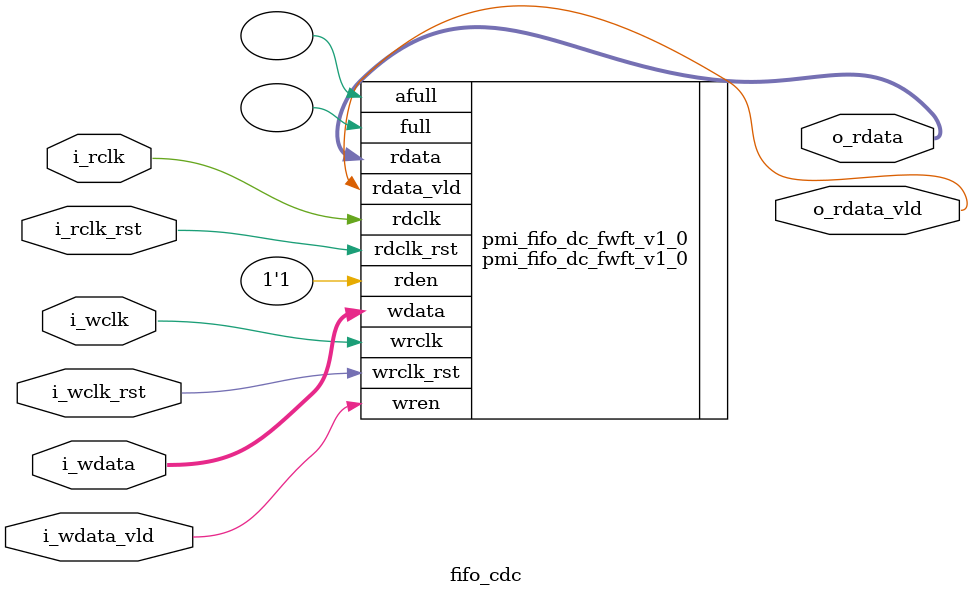
<source format=sv>

/*
 * Module: fifo_cdc
 * 
 * 
 * Simple FIFO based clock-domain-crossing module
 * 
 */
 
`default_nettype none 
 
module fifo_cdc #(
    parameter int unsigned DEPTH          = 16,     // should be a power of 2
    parameter int unsigned WIDTH          = 32,
    parameter              FAMILY         = "ECP5U", 
    parameter              IMPLEMENTATION = "LUT",    // "LUT" or "EBR"
    parameter              RESET_MODE     = "sync",
    parameter bit          SIM_MODE       = 1'b0
)(

    input  wire logic             i_wclk,
    input  wire logic             i_wclk_rst,
    input  wire logic             i_wdata_vld,
    input  wire logic [WIDTH-1:0] i_wdata,
    input  wire logic             i_rclk,
    input  wire logic             i_rclk_rst,
    output wire logic             o_rdata_vld,
    output wire logic [WIDTH-1:0] o_rdata
);

`ifndef VERILATE_DEF
    pmi_fifo_dc_fwft_v1_0 #(
        .WR_DEPTH        (DEPTH), 
        .WR_DEPTH_AFULL  (DEPTH-1), 
        .WR_WIDTH        (WIDTH), 
        .RD_WIDTH        (WIDTH), 
        .FAMILY          (FAMILY), 
        .IMPLEMENTATION  (IMPLEMENTATION), 
        .RESET_MODE      (RESET_MODE), 
        .WORD_SWAP       (0), 
        .SIM_MODE        (SIM_MODE       )
        ) pmi_fifo_dc_fwft_v1_0 (
        .wrclk           (i_wclk), 
        .wrclk_rst       (i_wclk_rst), 
        .rdclk           (i_rclk), 
        .rdclk_rst       (i_rclk_rst), 
        .wren            (i_wdata_vld), 
        .wdata           (i_wdata), 
        .full            (), 
        .afull           (), 
        .rden            (1'b1), 
        .rdata           (o_rdata), 
        .rdata_vld       (o_rdata_vld));
`else

assign o_rdata = i_wdata;

`endif
endmodule

`default_nettype wire
</source>
